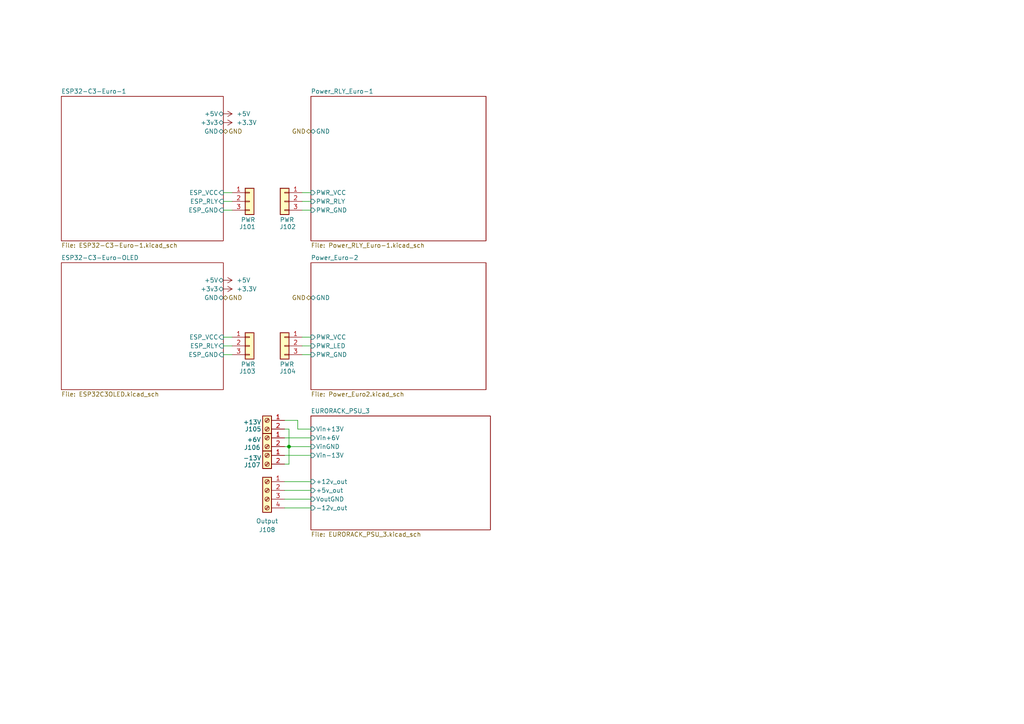
<source format=kicad_sch>
(kicad_sch (version 20231120) (generator "eeschema") (generator_version "8.0")
  (paper "A4")
  (lib_symbols
    (symbol "Connector:Screw_Terminal_01x02" (pin_names (offset 1.016) hide)
      (property "Reference" "J" (at 0 2.54 0))
      (property "Value" "Screw_Terminal_01x02" (at 0 -5.08 0))
      (symbol "Screw_Terminal_01x02_1_1"
        (rectangle (start -1.27 1.27) (end 1.27 -3.81) (stroke (width 0.254)) (fill (type background)))
        (circle (center 0 -2.54) (radius 0.635) (stroke (width 0.1524)))
        (polyline (pts (xy -0.5334 -2.2098) (xy 0.3302 -3.048)) (stroke (width 0.1524)))
        (polyline (pts (xy -0.5334 0.3302) (xy 0.3302 -0.508)) (stroke (width 0.1524)))
        (polyline (pts (xy -0.3556 -2.032) (xy 0.508 -2.8702)) (stroke (width 0.1524)))
        (polyline (pts (xy -0.3556 0.508) (xy 0.508 -0.3302)) (stroke (width 0.1524)))
        (circle (center 0 0) (radius 0.635) (stroke (width 0.1524)))
        (pin passive line (at -5.08 0 0) (length 3.81) (name "Pin_1") (number "1"))
        (pin passive line (at -5.08 -2.54 0) (length 3.81) (name "Pin_2") (number "2"))
      )
    )
    (symbol "Connector:Screw_Terminal_01x04" (pin_names (offset 1.016) hide)
      (property "Reference" "J" (at 0 5.08 0))
      (property "Value" "Screw_Terminal_01x04" (at 0 -7.62 0))
      (symbol "Screw_Terminal_01x04_1_1"
        (rectangle (start -1.27 3.81) (end 1.27 -6.35) (stroke (width 0.254)) (fill (type background)))
        (circle (center 0 -5.08) (radius 0.635) (stroke (width 0.1524)))
        (circle (center 0 -2.54) (radius 0.635) (stroke (width 0.1524)))
        (polyline (pts (xy -0.5334 -4.7498) (xy 0.3302 -5.588)) (stroke (width 0.1524)))
        (polyline (pts (xy -0.5334 -2.2098) (xy 0.3302 -3.048)) (stroke (width 0.1524)))
        (polyline (pts (xy -0.5334 0.3302) (xy 0.3302 -0.508)) (stroke (width 0.1524)))
        (polyline (pts (xy -0.5334 2.8702) (xy 0.3302 2.032)) (stroke (width 0.1524)))
        (polyline (pts (xy -0.3556 -4.572) (xy 0.508 -5.4102)) (stroke (width 0.1524)))
        (polyline (pts (xy -0.3556 -2.032) (xy 0.508 -2.8702)) (stroke (width 0.1524)))
        (polyline (pts (xy -0.3556 0.508) (xy 0.508 -0.3302)) (stroke (width 0.1524)))
        (polyline (pts (xy -0.3556 3.048) (xy 0.508 2.2098)) (stroke (width 0.1524)))
        (circle (center 0 0) (radius 0.635) (stroke (width 0.1524)))
        (circle (center 0 2.54) (radius 0.635) (stroke (width 0.1524)))
        (pin passive line (at -5.08 2.54 0) (length 3.81) (name "Pin_1") (number "1"))
        (pin passive line (at -5.08 0 0) (length 3.81) (name "Pin_2") (number "2"))
        (pin passive line (at -5.08 -2.54 0) (length 3.81) (name "Pin_3") (number "3"))
        (pin passive line (at -5.08 -5.08 0) (length 3.81) (name "Pin_4") (number "4"))
      )
    )
    (symbol "PCM_4ms_Connector:Conn_01x03" (pin_names (offset 1.016) hide)
      (property "Reference" "J" (at 0 5.08 0))
      (property "Value" "Conn_01x03" (at 0 -5.08 0))
      (symbol "Conn_01x03_1_1"
        (rectangle (start -1.27 -2.413) (end 0 -2.667) (stroke (width 0.1524)))
        (rectangle (start -1.27 0.127) (end 0 -0.127) (stroke (width 0.1524)))
        (rectangle (start -1.27 2.667) (end 0 2.413) (stroke (width 0.1524)))
        (rectangle (start -1.27 3.81) (end 1.27 -3.81) (stroke (width 0.254)) (fill (type background)))
        (pin passive line (at -5.08 2.54 0) (length 3.81) (name "Pin_1") (number "1"))
        (pin passive line (at -5.08 0 0) (length 3.81) (name "Pin_2") (number "2"))
        (pin passive line (at -5.08 -2.54 0) (length 3.81) (name "Pin_3") (number "3"))
      )
    )
    (symbol "PCM_4ms_Power-symbol:+3.3V" (power) (pin_names (offset 0))
      (property "Value" "+3.3V" (at 0 3.556 0))
      (symbol "+3.3V_0_1"
        (polyline (pts (xy -0.762 1.27) (xy 0 2.54)))
        (polyline (pts (xy 0 0) (xy 0 2.54)))
        (polyline (pts (xy 0 2.54) (xy 0.762 1.27)))
      )
      (symbol "+3.3V_1_1"
        (pin power_in line (at 0 0 90) (length 0) hide (name "+3V3") (number "1"))
      )
    )
    (symbol "power:+5V" (power) (pin_numbers hide) (pin_names (offset 0) hide)
      (property "Value" "+5V" (at 0 3.556 0))
      (symbol "+5V_0_1"
        (polyline (pts (xy -0.762 1.27) (xy 0 2.54)))
        (polyline (pts (xy 0 0) (xy 0 2.54)))
        (polyline (pts (xy 0 2.54) (xy 0.762 1.27)))
      )
      (symbol "+5V_1_1"
        (pin power_in line (at 0 0 90) (length 0) (name "~") (number "1"))
      )
    )
  )
  (junction (at 83.82 129.54))
  (wire (pts (xy 64.77 102.87) (xy 67.31 102.87)))
  (wire (pts (xy 83.82 134.62) (xy 83.82 129.54)))
  (wire (pts (xy 86.36 124.46) (xy 90.17 124.46)))
  (wire (pts (xy 87.63 100.33) (xy 90.17 100.33)))
  (wire (pts (xy 83.82 124.46) (xy 83.82 129.54)))
  (wire (pts (xy 82.55 132.08) (xy 90.17 132.08)))
  (wire (pts (xy 87.63 97.79) (xy 90.17 97.79)))
  (wire (pts (xy 82.55 139.7) (xy 90.17 139.7)))
  (wire (pts (xy 82.55 142.24) (xy 90.17 142.24)))
  (wire (pts (xy 87.63 60.96) (xy 90.17 60.96)))
  (wire (pts (xy 82.55 127) (xy 90.17 127)))
  (wire (pts (xy 82.55 129.54) (xy 83.82 129.54)))
  (wire (pts (xy 64.77 100.33) (xy 67.31 100.33)))
  (wire (pts (xy 87.63 55.88) (xy 90.17 55.88)))
  (wire (pts (xy 86.36 121.92) (xy 86.36 124.46)))
  (wire (pts (xy 82.55 121.92) (xy 86.36 121.92)))
  (wire (pts (xy 82.55 134.62) (xy 83.82 134.62)))
  (wire (pts (xy 64.77 55.88) (xy 67.31 55.88)))
  (wire (pts (xy 64.77 60.96) (xy 67.31 60.96)))
  (wire (pts (xy 64.77 97.79) (xy 67.31 97.79)))
  (wire (pts (xy 87.63 102.87) (xy 90.17 102.87)))
  (wire (pts (xy 82.55 124.46) (xy 83.82 124.46)))
  (wire (pts (xy 82.55 144.78) (xy 90.17 144.78)))
  (wire (pts (xy 64.77 58.42) (xy 67.31 58.42)))
  (wire (pts (xy 82.55 147.32) (xy 90.17 147.32)))
  (wire (pts (xy 83.82 129.54) (xy 90.17 129.54)))
  (wire (pts (xy 87.63 58.42) (xy 90.17 58.42)))
  (hierarchical_label "GND" (shape bidirectional) (at 64.77 86.36 0))
  (hierarchical_label "GND" (shape bidirectional) (at 64.77 38.1 0))
  (hierarchical_label "GND" (shape bidirectional) (at 90.17 38.1 180))
  (hierarchical_label "GND" (shape bidirectional) (at 90.17 86.36 180))
  (symbol (lib_id "PCM_4ms_Connector:Conn_01x03") (at 82.55 58.42 0) (mirror y) (unit 1)
    (property "Reference" "J102" (at 85.852 65.786 0) (effects (justify left)))
    (property "Value" "PWR" (at 85.344 63.754 0) (effects (justify left)))
    (property "Footprint" "PCM_4ms_Connector:Pins_1x03_2.54mm_TH" (effects (hide yes)))
    (property "Description" "HEADER 1x3 MALE PINS 0.100” 180deg" (effects (hide yes)))
    (property "Specifications" "HEADER 1x3 MALE PINS 0.100” 180deg" (effects (hide yes)))
    (property "Manufacturer" "TAD" (effects (hide yes)))
    (property "Part Number" "1-0301FBV0T" (effects (hide yes)))
  )
  (symbol (lib_id "Connector:Screw_Terminal_01x04") (at 77.47 142.24 0) (mirror y) (unit 1)
    (property "Reference" "J108" (at 77.47 153.67 0))
    (property "Value" "Output" (at 77.47 151.13 0))
    (property "Footprint" "TerminalBlock_Phoenix:TerminalBlock_Phoenix_PT-1,5-4-5.0-H_1x04_P5.00mm_Horizontal" (effects (hide yes)))
    (property "Description" "Generic screw terminal, single row, 01x04, script generated (kicad-library-utils/schlib/autogen/connector/)" (effects (hide yes)))
  )
  (symbol (lib_id "Connector:Screw_Terminal_01x02") (at 77.47 121.92 0) (mirror y) (unit 1)
    (property "Reference" "J105" (at 73.406 124.46 0))
    (property "Value" "+13V" (at 73.152 122.428 0))
    (property "Footprint" "Connector_JST:JST_NV_B02P-NV_1x02_P5.00mm_Vertical" (effects (hide yes)))
    (property "Description" "Generic screw terminal, single row, 01x02, script generated (kicad-library-utils/schlib/autogen/connector/)" (effects (hide yes)))
  )
  (symbol (lib_id "PCM_4ms_Connector:Conn_01x03") (at 82.55 100.33 0) (mirror y) (unit 1)
    (property "Reference" "J104" (at 85.852 107.696 0) (effects (justify left)))
    (property "Value" "PWR" (at 85.344 105.664 0) (effects (justify left)))
    (property "Footprint" "PCM_4ms_Connector:Pins_1x03_2.54mm_TH" (effects (hide yes)))
    (property "Description" "HEADER 1x3 MALE PINS 0.100” 180deg" (effects (hide yes)))
    (property "Specifications" "HEADER 1x3 MALE PINS 0.100” 180deg" (effects (hide yes)))
    (property "Manufacturer" "TAD" (effects (hide yes)))
    (property "Part Number" "1-0301FBV0T" (effects (hide yes)))
  )
  (symbol (lib_id "PCM_4ms_Connector:Conn_01x03") (at 72.39 100.33 0) (unit 1)
    (property "Reference" "J103" (at 69.342 107.696 0) (effects (justify left)))
    (property "Value" "PWR" (at 69.85 105.664 0) (effects (justify left)))
    (property "Footprint" "PCM_4ms_Connector:Pins_1x03_2.54mm_TH" (effects (hide yes)))
    (property "Description" "HEADER 1x3 MALE PINS 0.100” 180deg" (effects (hide yes)))
    (property "Specifications" "HEADER 1x3 MALE PINS 0.100” 180deg" (effects (hide yes)))
    (property "Manufacturer" "TAD" (effects (hide yes)))
    (property "Part Number" "1-0301FBV0T" (effects (hide yes)))
  )
  (symbol (lib_id "Connector:Screw_Terminal_01x02") (at 77.47 132.08 0) (mirror y) (unit 1)
    (property "Reference" "J107" (at 73.152 134.874 0))
    (property "Value" "-13V" (at 73.152 132.842 0))
    (property "Footprint" "Connector_JST:JST_NV_B02P-NV_1x02_P5.00mm_Vertical" (effects (hide yes)))
    (property "Description" "Generic screw terminal, single row, 01x02, script generated (kicad-library-utils/schlib/autogen/connector/)" (effects (hide yes)))
  )
  (symbol (lib_id "Connector:Screw_Terminal_01x02") (at 77.47 127 0) (mirror y) (unit 1)
    (property "Reference" "J106" (at 73.152 129.794 0))
    (property "Value" "+6V" (at 73.66 127.508 0))
    (property "Footprint" "Connector_JST:JST_NV_B02P-NV_1x02_P5.00mm_Vertical" (effects (hide yes)))
    (property "Description" "Generic screw terminal, single row, 01x02, script generated (kicad-library-utils/schlib/autogen/connector/)" (effects (hide yes)))
  )
  (symbol (lib_id "PCM_4ms_Power-symbol:+3.3V") (at 64.77 83.82 270) (unit 1)
    (property "Reference" "#PWR0103" (effects (hide yes)))
    (property "Value" "+3.3V" (at 68.58 83.8199 90) (effects (justify left)))
  )
  (symbol (lib_id "power:+5V") (at 64.77 33.02 270) (unit 1)
    (property "Reference" "#PWR0101" (effects (hide yes)))
    (property "Value" "+5V" (at 68.58 33.0199 90) (effects (justify left)))
    (property "Description" "Power symbol creates a global label with name \"+5V\"" (effects (hide yes)))
  )
  (symbol (lib_id "PCM_4ms_Connector:Conn_01x03") (at 72.39 58.42 0) (unit 1)
    (property "Reference" "J101" (at 69.342 65.786 0) (effects (justify left)))
    (property "Value" "PWR" (at 69.85 63.754 0) (effects (justify left)))
    (property "Footprint" "PCM_4ms_Connector:Pins_1x03_2.54mm_TH" (effects (hide yes)))
    (property "Description" "HEADER 1x3 MALE PINS 0.100” 180deg" (effects (hide yes)))
    (property "Specifications" "HEADER 1x3 MALE PINS 0.100” 180deg" (effects (hide yes)))
    (property "Manufacturer" "TAD" (effects (hide yes)))
    (property "Part Number" "1-0301FBV0T" (effects (hide yes)))
  )
  (symbol (lib_id "PCM_4ms_Power-symbol:+3.3V") (at 64.77 35.56 270) (unit 1)
    (property "Reference" "#PWR0104" (effects (hide yes)))
    (property "Value" "+3.3V" (at 68.58 35.5599 90) (effects (justify left)))
  )
  (symbol (lib_id "power:+5V") (at 64.77 81.28 270) (unit 1)
    (property "Reference" "#PWR0102" (effects (hide yes)))
    (property "Value" "+5V" (at 68.58 81.2799 90) (effects (justify left)))
    (property "Description" "Power symbol creates a global label with name \"+5V\"" (effects (hide yes)))
  )
  (sheet (at 17.78 76.2) (size 46.99 36.83) (stroke (width 0.1524))
    (property "Sheetname" "ESP32-C3-Euro-OLED" (at 17.78 75.4884 0) (effects (justify left bottom)))
    (property "Sheetfile" "ESP32C3OLED.kicad_sch" (at 17.78 113.6146 0) (effects (justify left top)))
    (pin "+3v3" bidirectional (at 64.77 83.82 0))
    (pin "+5V" bidirectional (at 64.77 81.28 0))
    (pin "GND" bidirectional (at 64.77 86.36 0))
    (pin "ESP_GND" input (at 64.77 102.87 0))
    (pin "ESP_VCC" input (at 64.77 97.79 0))
    (pin "ESP_RLY" input (at 64.77 100.33 0))
  )
  (sheet (at 90.17 27.94) (size 50.8 41.91) (stroke (width 0.1524))
    (property "Sheetname" "Power_RLY_Euro-1" (at 90.17 27.2284 0) (effects (justify left bottom)))
    (property "Sheetfile" "Power_RLY_Euro-1.kicad_sch" (at 90.17 70.4346 0) (effects (justify left top)))
    (pin "GND" bidirectional (at 90.17 38.1 180))
    (pin "PWR_RLY" input (at 90.17 58.42 180))
    (pin "PWR_GND" input (at 90.17 60.96 180))
    (pin "PWR_VCC" input (at 90.17 55.88 180))
  )
  (sheet (at 17.78 27.94) (size 46.99 41.91) (stroke (width 0.1524))
    (property "Sheetname" "ESP32-C3-Euro-1" (at 17.78 27.2284 0) (effects (justify left bottom)))
    (property "Sheetfile" "ESP32-C3-Euro-1.kicad_sch" (at 17.78 70.4346 0) (effects (justify left top)))
    (pin "+3v3" bidirectional (at 64.77 35.56 0))
    (pin "GND" bidirectional (at 64.77 38.1 0))
    (pin "+5V" bidirectional (at 64.77 33.02 0))
    (pin "ESP_VCC" input (at 64.77 55.88 0))
    (pin "ESP_RLY" input (at 64.77 58.42 0))
    (pin "ESP_GND" input (at 64.77 60.96 0))
  )
  (sheet (at 90.17 76.2) (size 50.8 36.83) (stroke (width 0.1524))
    (property "Sheetname" "Power_Euro-2" (at 90.17 75.4884 0) (effects (justify left bottom)))
    (property "Sheetfile" "Power_Euro2.kicad_sch" (at 90.17 113.6146 0) (effects (justify left top)))
    (pin "PWR_VCC" input (at 90.17 97.79 180))
    (pin "PWR_LED" input (at 90.17 100.33 180))
    (pin "GND" bidirectional (at 90.17 86.36 180))
    (pin "PWR_GND" input (at 90.17 102.87 180))
  )
  (sheet (at 90.17 120.65) (size 52.07 33.02) (stroke (width 0.1524))
    (property "Sheetname" "EURORACK_PSU_3" (at 90.17 119.9384 0) (effects (justify left bottom)))
    (property "Sheetfile" "EURORACK_PSU_3.kicad_sch" (at 90.17 154.2546 0) (effects (justify left top)))
    (pin "Vin-13V" input (at 90.17 132.08 180))
    (pin "-12v_out" input (at 90.17 147.32 180))
    (pin "VinGND" input (at 90.17 129.54 180))
    (pin "Vin+13V" input (at 90.17 124.46 180))
    (pin "+12v_out" input (at 90.17 139.7 180))
    (pin "VoutGND" input (at 90.17 144.78 180))
    (pin "Vin+6V" input (at 90.17 127 180))
    (pin "+5v_out" input (at 90.17 142.24 180))
  )
)
</source>
